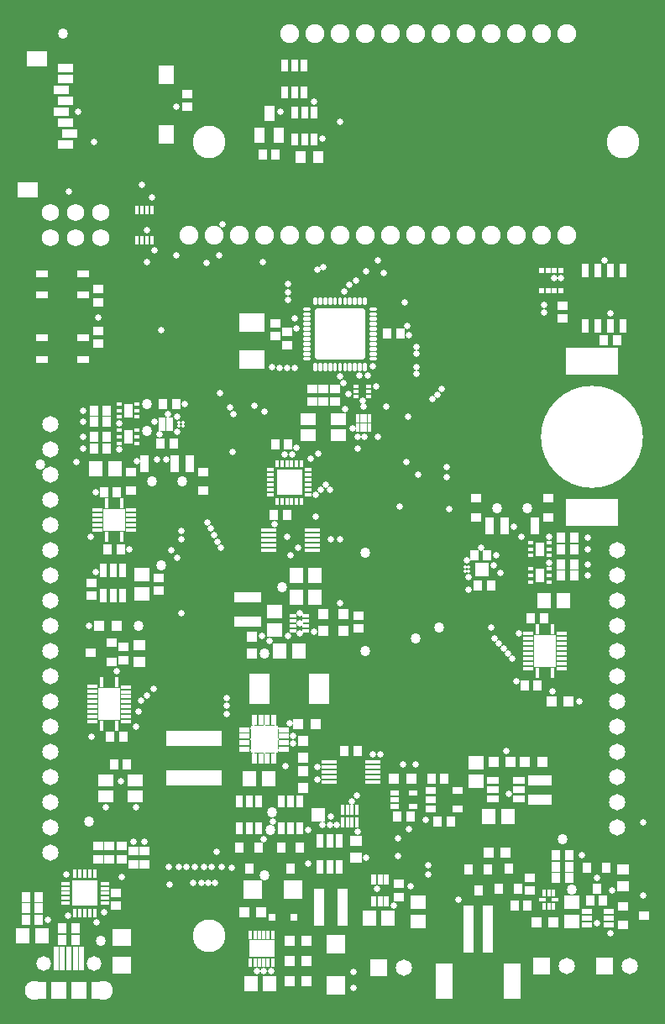
<source format=gbr>
G04 EAGLE Gerber X2 export*
%TF.Part,Single*%
%TF.FileFunction,Soldermask,Top,1*%
%TF.FilePolarity,Negative*%
%TF.GenerationSoftware,Autodesk,EAGLE,9.2.1*%
%TF.CreationDate,2018-11-01T02:04:35Z*%
G75*
%MOMM*%
%FSLAX34Y34*%
%LPD*%
%INSoldermask Top*%
%IPNEG*%
%AMOC8*
5,1,8,0,0,1.08239X$1,22.5*%
G01*
%ADD10R,1.427000X1.627000*%
%ADD11R,2.127000X3.127000*%
%ADD12R,1.627000X1.427000*%
%ADD13R,1.027000X0.827000*%
%ADD14R,5.627000X1.577000*%
%ADD15R,2.827000X1.127000*%
%ADD16R,1.127000X1.127000*%
%ADD17R,0.977000X0.477000*%
%ADD18R,0.477000X0.977000*%
%ADD19R,2.827000X2.827000*%
%ADD20C,0.635000*%
%ADD21R,0.677000X0.377000*%
%ADD22R,1.177000X0.727000*%
%ADD23R,2.427000X0.977000*%
%ADD24R,0.727000X0.427000*%
%ADD25R,0.377000X0.677000*%
%ADD26R,0.327000X0.677000*%
%ADD27R,0.827000X1.027000*%
%ADD28R,0.927000X1.027000*%
%ADD29R,0.377000X0.827000*%
%ADD30R,2.507000X1.777000*%
%ADD31R,0.727000X0.727000*%
%ADD32R,1.107000X3.827000*%
%ADD33R,0.727000X1.177000*%
%ADD34R,0.317000X0.637000*%
%ADD35R,0.377000X1.077000*%
%ADD36R,0.427000X1.077000*%
%ADD37R,0.427000X1.127000*%
%ADD38R,0.527000X0.387000*%
%ADD39R,0.927000X1.427000*%
%ADD40C,0.357000*%
%ADD41R,1.127000X0.927000*%
%ADD42R,0.827000X1.727000*%
%ADD43C,1.027000*%
%ADD44C,1.651000*%
%ADD45C,1.905000*%
%ADD46R,0.327000X0.827000*%
%ADD47R,0.727000X1.327000*%
%ADD48C,10.287000*%
%ADD49R,5.207000X2.667000*%
%ADD50R,0.477000X0.627000*%
%ADD51R,1.127000X0.677000*%
%ADD52R,0.927000X0.477000*%
%ADD53R,0.677000X1.327000*%
%ADD54R,1.227000X1.127000*%
%ADD55R,0.400000X0.900000*%
%ADD56R,0.827000X0.377000*%
%ADD57R,2.577000X2.577000*%
%ADD58R,0.577000X2.477000*%
%ADD59C,1.477000*%
%ADD60C,1.927000*%
%ADD61R,1.627000X1.677000*%
%ADD62R,1.527000X1.227000*%
%ADD63R,0.577000X0.427000*%
%ADD64C,1.752600*%
%ADD65R,1.177000X0.777000*%
%ADD66C,0.277550*%
%ADD67C,0.615237*%
%ADD68R,2.527000X1.827000*%
%ADD69R,2.027000X1.527000*%
%ADD70R,1.527000X1.927000*%
%ADD71R,1.627000X0.827000*%
%ADD72R,0.727000X1.227000*%
%ADD73R,1.127000X1.527000*%
%ADD74R,1.127000X1.227000*%
%ADD75R,0.977000X0.407000*%
%ADD76R,0.407000X0.977000*%
%ADD77R,2.177000X3.177000*%
%ADD78R,2.177000X2.177000*%
%ADD79R,1.027000X0.927000*%
%ADD80R,1.577000X0.427000*%
%ADD81R,1.651000X1.651000*%
%ADD82R,1.927000X1.827000*%
%ADD83R,1.827000X1.927000*%
%ADD84R,1.127000X4.727000*%
%ADD85R,1.727000X3.527000*%
%ADD86R,1.927000X1.727000*%
%ADD87R,0.727000X0.367000*%
%ADD88R,0.367000X0.727000*%
%ADD89C,3.302000*%
%ADD90C,0.681000*%


D10*
X258420Y227330D03*
X239420Y227330D03*
D11*
X249400Y317500D03*
X309400Y317500D03*
D10*
X269900Y355600D03*
X288900Y355600D03*
D12*
X264160Y376580D03*
X264160Y395580D03*
D13*
X349250Y391310D03*
X349250Y378310D03*
D10*
X286410Y431800D03*
X305410Y431800D03*
X286410Y410210D03*
X305410Y410210D03*
D14*
X182880Y227650D03*
X182880Y267650D03*
D15*
X237490Y385510D03*
X237490Y409510D03*
D16*
X293370Y234560D03*
X293370Y217560D03*
X293370Y265040D03*
X293370Y248040D03*
X288680Y281940D03*
X305680Y281940D03*
X241300Y370450D03*
X241300Y353450D03*
X334010Y376310D03*
X334010Y393310D03*
X313690Y393310D03*
X313690Y376310D03*
D17*
X273750Y276450D03*
X273750Y269950D03*
X273750Y263450D03*
X273750Y256950D03*
D18*
X244250Y246950D03*
X250750Y246950D03*
X257250Y246950D03*
X263750Y246950D03*
X263750Y286450D03*
X257250Y286450D03*
X250750Y286450D03*
X244250Y286450D03*
D17*
X234250Y276450D03*
X234250Y269950D03*
X234250Y263450D03*
X234250Y256950D03*
D19*
X254000Y266700D03*
D20*
X254000Y266700D03*
X254000Y277700D03*
X265000Y266700D03*
X265000Y277700D03*
X243000Y277700D03*
X243000Y255700D03*
X243000Y266700D03*
X254000Y255700D03*
X265000Y255700D03*
D21*
X296310Y376040D03*
X296310Y381040D03*
X296310Y386040D03*
X296310Y391040D03*
X282810Y376040D03*
X282810Y381040D03*
X282810Y386040D03*
X282810Y391040D03*
D22*
X484340Y206400D03*
X484340Y215900D03*
X484340Y225400D03*
X511340Y225400D03*
X511340Y215900D03*
X511340Y206400D03*
D23*
X532130Y225650D03*
X532130Y206150D03*
D10*
X480720Y189230D03*
X499720Y189230D03*
D16*
X502530Y243840D03*
X485530Y243840D03*
X534280Y243840D03*
X517280Y243840D03*
D12*
X467360Y224180D03*
X467360Y243180D03*
D24*
X534520Y105410D03*
X547520Y105410D03*
D25*
X536020Y98660D03*
X546020Y98660D03*
X546020Y112160D03*
X536020Y112160D03*
D26*
X541020Y98660D03*
X541020Y112160D03*
D13*
X521970Y114150D03*
X521970Y127150D03*
D27*
X519580Y99060D03*
X506580Y99060D03*
X561490Y138430D03*
X548490Y138430D03*
X561490Y149860D03*
X548490Y149860D03*
D16*
X480450Y152400D03*
X497450Y152400D03*
D28*
X490880Y115730D03*
X509880Y115730D03*
X500380Y136730D03*
X479400Y135730D03*
X460400Y135730D03*
X469900Y114730D03*
D12*
X563880Y83210D03*
X563880Y102210D03*
D27*
X548490Y127000D03*
X561490Y127000D03*
D16*
X528710Y82550D03*
X545710Y82550D03*
D29*
X240210Y69880D03*
X244710Y69880D03*
X253710Y69880D03*
X249210Y69880D03*
X258210Y69880D03*
X262710Y69880D03*
X262710Y41880D03*
X258210Y41880D03*
X249210Y41880D03*
X253710Y41880D03*
X244710Y41880D03*
X240210Y41880D03*
D30*
X251460Y55880D03*
D10*
X240690Y20320D03*
X259690Y20320D03*
D16*
X296790Y63500D03*
X279790Y63500D03*
X296790Y43180D03*
X279790Y43180D03*
X279790Y22860D03*
X296790Y22860D03*
D31*
X262050Y87630D03*
X284050Y87630D03*
D10*
X360070Y86360D03*
X379070Y86360D03*
D32*
X309460Y97790D03*
X333160Y97790D03*
D12*
X408940Y102210D03*
X408940Y83210D03*
D16*
X234070Y92710D03*
X251070Y92710D03*
D33*
X229260Y204000D03*
X238760Y204000D03*
X248260Y204000D03*
X248260Y177000D03*
X238760Y177000D03*
X229260Y177000D03*
X271170Y204000D03*
X280670Y204000D03*
X290170Y204000D03*
X290170Y177000D03*
X280670Y177000D03*
X271170Y177000D03*
D34*
X303360Y193850D03*
X306860Y193850D03*
X310360Y193850D03*
X313860Y193850D03*
X313860Y187150D03*
X310360Y187150D03*
X306860Y187150D03*
X303360Y187150D03*
D35*
X342860Y182980D03*
X337860Y182980D03*
D36*
X347860Y182980D03*
X332860Y182980D03*
D37*
X347860Y195480D03*
D35*
X342860Y195480D03*
X337860Y195480D03*
D36*
X332860Y195480D03*
D38*
X125840Y578000D03*
X125840Y571500D03*
X125840Y565000D03*
X107840Y565000D03*
X107840Y571500D03*
X107840Y578000D03*
D39*
X116840Y571500D03*
D20*
X116840Y571500D03*
D38*
X125840Y604670D03*
X125840Y598170D03*
X125840Y591670D03*
X107840Y591670D03*
X107840Y598170D03*
X107840Y604670D03*
D39*
X116840Y598170D03*
D20*
X116840Y598170D03*
D34*
X149690Y587550D03*
X153190Y587550D03*
X156690Y587550D03*
X160190Y587550D03*
X160190Y580850D03*
X156690Y580850D03*
X153190Y580850D03*
X149690Y580850D03*
D40*
X168180Y582200D03*
X168180Y586200D03*
X172180Y586200D03*
X172180Y582200D03*
D27*
X152250Y604520D03*
X165250Y604520D03*
X82400Y586740D03*
X95400Y586740D03*
X82400Y598170D03*
X95400Y598170D03*
X95400Y571500D03*
X82400Y571500D03*
X95400Y560070D03*
X82400Y560070D03*
D38*
X523130Y451970D03*
X523130Y458470D03*
X523130Y464970D03*
X541130Y464970D03*
X541130Y458470D03*
X541130Y451970D03*
D39*
X532130Y458470D03*
D20*
X532130Y458470D03*
D38*
X523130Y425300D03*
X523130Y431800D03*
X523130Y438300D03*
X541130Y438300D03*
X541130Y431800D03*
X541130Y425300D03*
D39*
X532130Y431800D03*
D20*
X532130Y431800D03*
D34*
X478960Y434800D03*
X475460Y434800D03*
X471960Y434800D03*
X468460Y434800D03*
X468460Y441500D03*
X471960Y441500D03*
X475460Y441500D03*
X478960Y441500D03*
D40*
X460470Y440150D03*
X460470Y436150D03*
X456470Y436150D03*
X456470Y440150D03*
D27*
X469750Y421640D03*
X482750Y421640D03*
X566570Y443230D03*
X553570Y443230D03*
X566570Y431800D03*
X553570Y431800D03*
X553570Y458470D03*
X566570Y458470D03*
X553570Y469900D03*
X566570Y469900D03*
D10*
X555600Y406400D03*
X536600Y406400D03*
X84480Y539750D03*
X103480Y539750D03*
D41*
X119710Y536320D03*
X119710Y517020D03*
X192710Y517020D03*
X192710Y536320D03*
D42*
X133710Y544670D03*
X163710Y544670D03*
X178710Y544670D03*
D43*
X141210Y526670D03*
X171210Y526670D03*
D27*
X162710Y565150D03*
X149710Y565150D03*
D41*
X540690Y490350D03*
X540690Y509650D03*
X467690Y509650D03*
X467690Y490350D03*
D42*
X526690Y482000D03*
X496690Y482000D03*
X481690Y482000D03*
D43*
X519190Y500000D03*
X489190Y500000D03*
D27*
X465940Y452120D03*
X478940Y452120D03*
D44*
X38100Y584200D03*
X38100Y558800D03*
X38100Y533400D03*
X38100Y508000D03*
X38100Y482600D03*
X38100Y457200D03*
X38100Y431800D03*
X38100Y406400D03*
X38100Y381000D03*
X38100Y355600D03*
X38100Y330200D03*
X38100Y304800D03*
X38100Y279400D03*
X38100Y254000D03*
X38100Y228600D03*
X38100Y203200D03*
X38100Y177800D03*
X38100Y152400D03*
X609600Y457200D03*
X609600Y431800D03*
X609600Y406400D03*
X609600Y381000D03*
X609600Y177800D03*
X609600Y203200D03*
X609600Y228600D03*
X609600Y254000D03*
X609600Y279400D03*
X609600Y304800D03*
X609600Y330200D03*
X609600Y355600D03*
D45*
X279400Y977900D03*
X304800Y977900D03*
X330200Y977900D03*
X355600Y977900D03*
X381000Y977900D03*
X406400Y977900D03*
X431800Y977900D03*
X457200Y977900D03*
X482600Y977900D03*
X508000Y977900D03*
X533400Y977900D03*
X558800Y977900D03*
X279400Y774700D03*
X304800Y774700D03*
X330200Y774700D03*
X355600Y774700D03*
X381000Y774700D03*
X406400Y774700D03*
X431800Y774700D03*
X457200Y774700D03*
X482600Y774700D03*
X508000Y774700D03*
X533400Y774700D03*
X558800Y774700D03*
X254000Y774700D03*
X228600Y774700D03*
X203200Y774700D03*
X177800Y774700D03*
D46*
X360330Y580970D03*
X356330Y580970D03*
X352330Y580970D03*
X348330Y580970D03*
X348330Y589970D03*
X352330Y589970D03*
X356330Y589970D03*
X360330Y589970D03*
D47*
X577850Y683200D03*
X590550Y683200D03*
X603250Y683200D03*
X615950Y683200D03*
X615950Y739200D03*
X603250Y739200D03*
X590550Y739200D03*
X577850Y739200D03*
D48*
X584200Y571500D03*
D49*
X584200Y495300D03*
X584200Y647700D03*
D13*
X554990Y690730D03*
X554990Y703730D03*
D50*
X533810Y718730D03*
X540310Y718730D03*
X546810Y718730D03*
X553310Y718730D03*
X553310Y739230D03*
X546810Y739230D03*
X540310Y739230D03*
X533810Y739230D03*
D51*
X449110Y215240D03*
X449110Y196240D03*
X422110Y196240D03*
X422110Y205740D03*
X422110Y215240D03*
D27*
X435760Y227330D03*
X422760Y227330D03*
X429110Y184150D03*
X442110Y184150D03*
D52*
X404470Y199240D03*
X404470Y212240D03*
X385470Y212240D03*
X385470Y205740D03*
X385470Y199240D03*
D27*
X401470Y189230D03*
X388470Y189230D03*
D16*
X402200Y227330D03*
X385200Y227330D03*
D53*
X310540Y138130D03*
X320040Y138130D03*
X329540Y138130D03*
X329540Y164130D03*
X320040Y164130D03*
X310540Y164130D03*
D28*
X290170Y157320D03*
X271170Y157320D03*
X280670Y136320D03*
X248260Y157320D03*
X229260Y157320D03*
X238760Y136320D03*
D54*
X346710Y164710D03*
X346710Y147710D03*
D55*
X125850Y769360D03*
X130850Y769360D03*
X135850Y769360D03*
X140850Y769360D03*
X140850Y800360D03*
X135850Y800360D03*
X130850Y800360D03*
X125850Y800360D03*
D27*
X26820Y85090D03*
X13820Y85090D03*
D10*
X29820Y68580D03*
X10820Y68580D03*
D56*
X53340Y121440D03*
X53340Y116440D03*
X53340Y111440D03*
X53340Y106440D03*
X53340Y101440D03*
D29*
X63340Y91440D03*
X68340Y91440D03*
X73340Y91440D03*
X78340Y91440D03*
X83340Y91440D03*
D56*
X93340Y101440D03*
X93340Y106440D03*
X93340Y111440D03*
X93340Y116440D03*
X93340Y121440D03*
D29*
X83340Y131440D03*
X78340Y131440D03*
X73340Y131440D03*
X68340Y131440D03*
X63340Y131440D03*
D57*
X73340Y111440D03*
D27*
X63650Y64770D03*
X50650Y64770D03*
X63650Y76200D03*
X50650Y76200D03*
D13*
X104140Y98910D03*
X104140Y111910D03*
D27*
X13820Y96520D03*
X26820Y96520D03*
X13820Y107950D03*
X26820Y107950D03*
D58*
X44150Y45720D03*
X50650Y45720D03*
X57150Y45720D03*
X63650Y45720D03*
X70150Y45720D03*
D59*
X32150Y40970D03*
X82150Y40970D03*
D60*
X22150Y13970D03*
X92150Y13970D03*
D61*
X47150Y13970D03*
X67150Y13970D03*
X26650Y13970D03*
X87650Y13970D03*
D13*
X121920Y153820D03*
X121920Y140820D03*
X133350Y153820D03*
X133350Y140820D03*
X97790Y158900D03*
X97790Y145900D03*
X110490Y158900D03*
X110490Y145900D03*
D62*
X124220Y209170D03*
X94220Y209170D03*
X94220Y225170D03*
X124220Y225170D03*
D27*
X102720Y241300D03*
X115720Y241300D03*
D63*
X346310Y612220D03*
X346310Y617220D03*
X346310Y622220D03*
X359810Y622220D03*
X359810Y617220D03*
X359810Y612220D03*
D62*
X298690Y589660D03*
X328690Y589660D03*
X328690Y573660D03*
X298690Y573660D03*
D13*
X313690Y619910D03*
X313690Y606910D03*
X325120Y619910D03*
X325120Y606910D03*
X302260Y619910D03*
X302260Y606910D03*
D64*
X63500Y797560D03*
X63500Y772160D03*
X88900Y772160D03*
X88900Y797560D03*
X38100Y797560D03*
X38100Y772160D03*
D65*
X30050Y671150D03*
X71550Y671150D03*
X71550Y649650D03*
X30050Y649650D03*
D13*
X86360Y665330D03*
X86360Y678330D03*
D66*
X294203Y699893D02*
X299697Y699893D01*
X294203Y699893D02*
X294203Y701387D01*
X299697Y701387D01*
X299697Y699893D01*
X299697Y694893D02*
X294203Y694893D01*
X294203Y696387D01*
X299697Y696387D01*
X299697Y694893D01*
X299697Y689893D02*
X294203Y689893D01*
X294203Y691387D01*
X299697Y691387D01*
X299697Y689893D01*
X299697Y684893D02*
X294203Y684893D01*
X294203Y686387D01*
X299697Y686387D01*
X299697Y684893D01*
X299697Y679893D02*
X294203Y679893D01*
X294203Y681387D01*
X299697Y681387D01*
X299697Y679893D01*
X299697Y674893D02*
X294203Y674893D01*
X294203Y676387D01*
X299697Y676387D01*
X299697Y674893D01*
X299697Y669893D02*
X294203Y669893D01*
X294203Y671387D01*
X299697Y671387D01*
X299697Y669893D01*
X299697Y664893D02*
X294203Y664893D01*
X294203Y666387D01*
X299697Y666387D01*
X299697Y664893D01*
X299697Y659893D02*
X294203Y659893D01*
X294203Y661387D01*
X299697Y661387D01*
X299697Y659893D01*
X299697Y654893D02*
X294203Y654893D01*
X294203Y656387D01*
X299697Y656387D01*
X299697Y654893D01*
X299697Y649893D02*
X294203Y649893D01*
X294203Y651387D01*
X299697Y651387D01*
X299697Y649893D01*
X304453Y639643D02*
X305947Y639643D01*
X304453Y639643D02*
X304453Y645137D01*
X305947Y645137D01*
X305947Y639643D01*
X305947Y642280D02*
X304453Y642280D01*
X304453Y644917D02*
X305947Y644917D01*
X309453Y639643D02*
X310947Y639643D01*
X309453Y639643D02*
X309453Y645137D01*
X310947Y645137D01*
X310947Y639643D01*
X310947Y642280D02*
X309453Y642280D01*
X309453Y644917D02*
X310947Y644917D01*
X314453Y639643D02*
X315947Y639643D01*
X314453Y639643D02*
X314453Y645137D01*
X315947Y645137D01*
X315947Y639643D01*
X315947Y642280D02*
X314453Y642280D01*
X314453Y644917D02*
X315947Y644917D01*
X319453Y639643D02*
X320947Y639643D01*
X319453Y639643D02*
X319453Y645137D01*
X320947Y645137D01*
X320947Y639643D01*
X320947Y642280D02*
X319453Y642280D01*
X319453Y644917D02*
X320947Y644917D01*
X324453Y639643D02*
X325947Y639643D01*
X324453Y639643D02*
X324453Y645137D01*
X325947Y645137D01*
X325947Y639643D01*
X325947Y642280D02*
X324453Y642280D01*
X324453Y644917D02*
X325947Y644917D01*
X329453Y639643D02*
X330947Y639643D01*
X329453Y639643D02*
X329453Y645137D01*
X330947Y645137D01*
X330947Y639643D01*
X330947Y642280D02*
X329453Y642280D01*
X329453Y644917D02*
X330947Y644917D01*
X334453Y639643D02*
X335947Y639643D01*
X334453Y639643D02*
X334453Y645137D01*
X335947Y645137D01*
X335947Y639643D01*
X335947Y642280D02*
X334453Y642280D01*
X334453Y644917D02*
X335947Y644917D01*
X339453Y639643D02*
X340947Y639643D01*
X339453Y639643D02*
X339453Y645137D01*
X340947Y645137D01*
X340947Y639643D01*
X340947Y642280D02*
X339453Y642280D01*
X339453Y644917D02*
X340947Y644917D01*
X344453Y639643D02*
X345947Y639643D01*
X344453Y639643D02*
X344453Y645137D01*
X345947Y645137D01*
X345947Y639643D01*
X345947Y642280D02*
X344453Y642280D01*
X344453Y644917D02*
X345947Y644917D01*
X349453Y639643D02*
X350947Y639643D01*
X349453Y639643D02*
X349453Y645137D01*
X350947Y645137D01*
X350947Y639643D01*
X350947Y642280D02*
X349453Y642280D01*
X349453Y644917D02*
X350947Y644917D01*
X354453Y639643D02*
X355947Y639643D01*
X354453Y639643D02*
X354453Y645137D01*
X355947Y645137D01*
X355947Y639643D01*
X355947Y642280D02*
X354453Y642280D01*
X354453Y644917D02*
X355947Y644917D01*
X360703Y649893D02*
X366197Y649893D01*
X360703Y649893D02*
X360703Y651387D01*
X366197Y651387D01*
X366197Y649893D01*
X366197Y654893D02*
X360703Y654893D01*
X360703Y656387D01*
X366197Y656387D01*
X366197Y654893D01*
X366197Y659893D02*
X360703Y659893D01*
X360703Y661387D01*
X366197Y661387D01*
X366197Y659893D01*
X366197Y664893D02*
X360703Y664893D01*
X360703Y666387D01*
X366197Y666387D01*
X366197Y664893D01*
X366197Y669893D02*
X360703Y669893D01*
X360703Y671387D01*
X366197Y671387D01*
X366197Y669893D01*
X366197Y674893D02*
X360703Y674893D01*
X360703Y676387D01*
X366197Y676387D01*
X366197Y674893D01*
X366197Y679893D02*
X360703Y679893D01*
X360703Y681387D01*
X366197Y681387D01*
X366197Y679893D01*
X366197Y684893D02*
X360703Y684893D01*
X360703Y686387D01*
X366197Y686387D01*
X366197Y684893D01*
X366197Y689893D02*
X360703Y689893D01*
X360703Y691387D01*
X366197Y691387D01*
X366197Y689893D01*
X366197Y694893D02*
X360703Y694893D01*
X360703Y696387D01*
X366197Y696387D01*
X366197Y694893D01*
X366197Y699893D02*
X360703Y699893D01*
X360703Y701387D01*
X366197Y701387D01*
X366197Y699893D01*
X355947Y706143D02*
X354453Y706143D01*
X354453Y711637D01*
X355947Y711637D01*
X355947Y706143D01*
X355947Y708780D02*
X354453Y708780D01*
X354453Y711417D02*
X355947Y711417D01*
X350947Y706143D02*
X349453Y706143D01*
X349453Y711637D01*
X350947Y711637D01*
X350947Y706143D01*
X350947Y708780D02*
X349453Y708780D01*
X349453Y711417D02*
X350947Y711417D01*
X345947Y706143D02*
X344453Y706143D01*
X344453Y711637D01*
X345947Y711637D01*
X345947Y706143D01*
X345947Y708780D02*
X344453Y708780D01*
X344453Y711417D02*
X345947Y711417D01*
X340947Y706143D02*
X339453Y706143D01*
X339453Y711637D01*
X340947Y711637D01*
X340947Y706143D01*
X340947Y708780D02*
X339453Y708780D01*
X339453Y711417D02*
X340947Y711417D01*
X335947Y706143D02*
X334453Y706143D01*
X334453Y711637D01*
X335947Y711637D01*
X335947Y706143D01*
X335947Y708780D02*
X334453Y708780D01*
X334453Y711417D02*
X335947Y711417D01*
X330947Y706143D02*
X329453Y706143D01*
X329453Y711637D01*
X330947Y711637D01*
X330947Y706143D01*
X330947Y708780D02*
X329453Y708780D01*
X329453Y711417D02*
X330947Y711417D01*
X325947Y706143D02*
X324453Y706143D01*
X324453Y711637D01*
X325947Y711637D01*
X325947Y706143D01*
X325947Y708780D02*
X324453Y708780D01*
X324453Y711417D02*
X325947Y711417D01*
X320947Y706143D02*
X319453Y706143D01*
X319453Y711637D01*
X320947Y711637D01*
X320947Y706143D01*
X320947Y708780D02*
X319453Y708780D01*
X319453Y711417D02*
X320947Y711417D01*
X315947Y706143D02*
X314453Y706143D01*
X314453Y711637D01*
X315947Y711637D01*
X315947Y706143D01*
X315947Y708780D02*
X314453Y708780D01*
X314453Y711417D02*
X315947Y711417D01*
X310947Y706143D02*
X309453Y706143D01*
X309453Y711637D01*
X310947Y711637D01*
X310947Y706143D01*
X310947Y708780D02*
X309453Y708780D01*
X309453Y711417D02*
X310947Y711417D01*
X305947Y706143D02*
X304453Y706143D01*
X304453Y711637D01*
X305947Y711637D01*
X305947Y706143D01*
X305947Y708780D02*
X304453Y708780D01*
X304453Y711417D02*
X305947Y711417D01*
D67*
X307641Y653081D02*
X352759Y653081D01*
X307641Y653081D02*
X307641Y698199D01*
X352759Y698199D01*
X352759Y653081D01*
X352759Y658925D02*
X307641Y658925D01*
X307641Y664769D02*
X352759Y664769D01*
X352759Y670613D02*
X307641Y670613D01*
X307641Y676457D02*
X352759Y676457D01*
X352759Y682301D02*
X307641Y682301D01*
X307641Y688145D02*
X352759Y688145D01*
X352759Y693989D02*
X307641Y693989D01*
D27*
X391310Y675640D03*
X378310Y675640D03*
D13*
X86360Y720240D03*
X86360Y707240D03*
D65*
X71550Y714420D03*
X30050Y714420D03*
X30050Y735920D03*
X71550Y735920D03*
D13*
X276860Y677060D03*
X276860Y664060D03*
D68*
X241300Y649520D03*
X241300Y686520D03*
D13*
X265430Y685950D03*
X265430Y672950D03*
X86360Y145900D03*
X86360Y158900D03*
D69*
X24620Y952310D03*
X15620Y820310D03*
D70*
X155620Y936310D03*
X155620Y876310D03*
D71*
X53620Y943310D03*
X53620Y932310D03*
X49620Y921310D03*
X53620Y910310D03*
X49620Y899310D03*
X53620Y888310D03*
X57620Y877310D03*
X53620Y866310D03*
D13*
X176530Y917090D03*
X176530Y904090D03*
D72*
X285140Y898690D03*
X294640Y898690D03*
X304140Y898690D03*
X304140Y871690D03*
X294640Y871690D03*
X285140Y871690D03*
D73*
X249580Y875460D03*
X268580Y875460D03*
X259080Y897460D03*
D27*
X252580Y855980D03*
X265580Y855980D03*
D74*
X291220Y853440D03*
X308220Y853440D03*
D33*
X274980Y945680D03*
X284480Y945680D03*
X293980Y945680D03*
X293980Y918680D03*
X284480Y918680D03*
X274980Y918680D03*
D75*
X80540Y289760D03*
X80540Y294760D03*
X80540Y299760D03*
X80540Y304760D03*
X80540Y309760D03*
X114840Y309560D03*
X114840Y304560D03*
X114840Y299560D03*
X114840Y294560D03*
X114840Y289560D03*
D76*
X90290Y280010D03*
X105290Y280010D03*
X105290Y324510D03*
X90290Y324510D03*
D77*
X97790Y302260D03*
D75*
X114840Y284560D03*
X114840Y314560D03*
X80540Y284760D03*
X80540Y314760D03*
X114840Y319560D03*
X80540Y319760D03*
D27*
X92560Y515620D03*
X105560Y515620D03*
D75*
X554460Y368100D03*
X554460Y363100D03*
X554460Y358100D03*
X554460Y353100D03*
X554460Y348100D03*
X520160Y348300D03*
X520160Y353300D03*
X520160Y358300D03*
X520160Y363300D03*
X520160Y368300D03*
D76*
X544710Y377850D03*
X529710Y377850D03*
X529710Y333350D03*
X544710Y333350D03*
D77*
X537210Y355600D03*
D75*
X520160Y373300D03*
X520160Y343300D03*
X554460Y373100D03*
X554460Y343100D03*
X520160Y338300D03*
X554460Y338100D03*
D27*
X529740Y321310D03*
X516740Y321310D03*
D75*
X85620Y477680D03*
X85620Y482680D03*
X85620Y487680D03*
X85620Y492680D03*
X85620Y497680D03*
X120120Y497680D03*
X120120Y492680D03*
X120120Y487680D03*
X120120Y482680D03*
X120120Y477680D03*
D76*
X95370Y470430D03*
X110370Y470430D03*
X110370Y504930D03*
X95370Y504930D03*
D78*
X102870Y487680D03*
D53*
X92100Y411180D03*
X101600Y411180D03*
X111100Y411180D03*
X111100Y437180D03*
X101600Y437180D03*
X92100Y437180D03*
D79*
X100170Y344830D03*
X100170Y363830D03*
X79170Y354330D03*
D54*
X128270Y344560D03*
X128270Y361560D03*
D13*
X147320Y416410D03*
X147320Y429410D03*
D12*
X130810Y413410D03*
X130810Y432410D03*
D13*
X80010Y411330D03*
X80010Y424330D03*
X111760Y346560D03*
X111760Y359560D03*
D80*
X363630Y243680D03*
X363630Y233680D03*
X363630Y238680D03*
X363630Y228680D03*
X363630Y223680D03*
X319630Y223680D03*
X319630Y228680D03*
X319630Y233680D03*
X319630Y238680D03*
X319630Y243680D03*
D17*
X601550Y79860D03*
X601550Y86360D03*
X601550Y92860D03*
X579550Y92860D03*
X579550Y86360D03*
X579550Y79860D03*
D28*
X598780Y137000D03*
X579780Y137000D03*
X589280Y116000D03*
D54*
X615950Y135500D03*
X615950Y118500D03*
D27*
X595780Y104140D03*
X582780Y104140D03*
D18*
X377340Y125300D03*
X370840Y125300D03*
X364340Y125300D03*
X364340Y103300D03*
X370840Y103300D03*
X377340Y103300D03*
D13*
X389890Y107800D03*
X389890Y120800D03*
D27*
X348130Y255270D03*
X335130Y255270D03*
D80*
X302670Y477360D03*
X302670Y467360D03*
X302670Y472360D03*
X302670Y462360D03*
X302670Y457360D03*
X258670Y457360D03*
X258670Y462360D03*
X258670Y467360D03*
X258670Y472360D03*
X258670Y477360D03*
D27*
X264010Y492760D03*
X277010Y492760D03*
D16*
X543950Y304800D03*
X560950Y304800D03*
X105020Y381000D03*
X88020Y381000D03*
D79*
X616110Y98400D03*
X616110Y79400D03*
X637110Y88900D03*
D81*
X596900Y38100D03*
D44*
X622300Y38100D03*
D81*
X533400Y38100D03*
D44*
X558800Y38100D03*
D81*
X369570Y36830D03*
D44*
X394970Y36830D03*
D82*
X283390Y115570D03*
X242390Y115570D03*
D83*
X326390Y18870D03*
X326390Y59870D03*
D84*
X479900Y75100D03*
X459900Y75100D03*
D85*
X503900Y23100D03*
X435900Y23100D03*
D86*
X110490Y39340D03*
X110490Y67340D03*
D87*
X260400Y538280D03*
X260400Y533280D03*
X260400Y528280D03*
X260400Y523280D03*
X260400Y518280D03*
X260400Y513280D03*
D88*
X266900Y544780D03*
X271900Y544780D03*
X276900Y544780D03*
X281900Y544780D03*
X286900Y544780D03*
X291900Y544780D03*
X291900Y506780D03*
X286900Y506780D03*
X281900Y506780D03*
X276900Y506780D03*
X271900Y506780D03*
X266900Y506780D03*
D87*
X298400Y513280D03*
X298400Y518280D03*
X298400Y523280D03*
X298400Y528280D03*
X298400Y533280D03*
X298400Y538280D03*
D57*
X279400Y525780D03*
D27*
X109370Y458470D03*
X96370Y458470D03*
X111910Y269240D03*
X98910Y269240D03*
X523090Y388620D03*
X536090Y388620D03*
X596750Y669290D03*
X609750Y669290D03*
D89*
X615750Y868580D03*
X198120Y68580D03*
X198120Y868580D03*
D27*
X265280Y563880D03*
X278280Y563880D03*
D20*
X304396Y375476D03*
D90*
X259080Y365760D03*
D43*
X135890Y604520D03*
X127000Y381000D03*
D90*
X288223Y459807D03*
X347980Y560070D03*
D20*
X604520Y114300D03*
D90*
X636270Y182880D03*
X344170Y16280D03*
X344170Y31980D03*
X367665Y116205D03*
D43*
X254000Y353060D03*
X355600Y355600D03*
X406400Y368300D03*
X430530Y379730D03*
D20*
X264160Y483870D03*
X283210Y270510D03*
X275590Y240030D03*
D43*
X563880Y115570D03*
X261620Y193040D03*
D90*
X71120Y586740D03*
D43*
X88900Y63500D03*
X254000Y129540D03*
D20*
X321310Y189230D03*
D90*
X500380Y212090D03*
X497840Y255270D03*
D20*
X280670Y452120D03*
X276860Y471170D03*
X306070Y491490D03*
D90*
X333707Y625396D03*
D20*
X354126Y601726D03*
X336026Y599224D03*
X580390Y458470D03*
X544830Y314960D03*
X298450Y141732D03*
X596900Y749611D03*
D90*
X307340Y226060D03*
X401598Y118879D03*
D20*
X135890Y779526D03*
X57150Y819150D03*
D90*
X195580Y746760D03*
X580390Y443230D03*
X71120Y571500D03*
D43*
X28630Y543226D03*
D20*
X289560Y393700D03*
X289560Y383540D03*
X289560Y373380D03*
X279400Y283210D03*
X311150Y518160D03*
X278130Y370840D03*
X251460Y370840D03*
X306070Y513080D03*
D90*
X330200Y403860D03*
D43*
X135890Y577850D03*
D20*
X166370Y591820D03*
X173990Y604520D03*
D43*
X150224Y441960D03*
D90*
X125730Y547370D03*
X368300Y571500D03*
D20*
X342900Y580390D03*
X339074Y614680D03*
D90*
X170180Y393700D03*
D20*
X124460Y279400D03*
X118110Y458470D03*
D43*
X271780Y420370D03*
X355600Y454660D03*
D20*
X459740Y430530D03*
X492719Y434800D03*
X508000Y325120D03*
X510540Y373380D03*
D90*
X165100Y904240D03*
X66040Y899160D03*
D20*
X82512Y868642D03*
D90*
X253837Y166207D03*
X356870Y147320D03*
D43*
X77470Y184150D03*
X50800Y977900D03*
D90*
X449580Y105410D03*
X419404Y130506D03*
X574040Y149860D03*
X182802Y121920D03*
X175260Y138430D03*
X200412Y479038D03*
X246670Y33017D03*
X190500Y122198D03*
X184150Y138430D03*
X203596Y472231D03*
X253734Y33020D03*
X197564Y122198D03*
X193040Y138430D03*
X207120Y466090D03*
X260798Y33020D03*
X204628Y122198D03*
X201419Y137919D03*
X210644Y459624D03*
D20*
X262890Y184150D03*
X312420Y180539D03*
D43*
X260747Y175544D03*
X554990Y165896D03*
D20*
X416560Y185420D03*
D90*
X388620Y166654D03*
D20*
X327263Y180539D03*
X342860Y204510D03*
X358138Y633270D03*
X320040Y180539D03*
X347570Y210410D03*
X350264Y633730D03*
D90*
X406400Y241300D03*
X400050Y176530D03*
X419100Y139700D03*
X158750Y120650D03*
X157480Y138430D03*
D20*
X298450Y175260D03*
X347980Y174004D03*
D90*
X397510Y546100D03*
X308610Y554990D03*
X281940Y553506D03*
X330200Y632460D03*
D20*
X286843Y680974D03*
X334866Y718352D03*
X400050Y674370D03*
D90*
X208280Y754380D03*
X86360Y692150D03*
X109578Y224790D03*
D20*
X143510Y586740D03*
X156690Y594360D03*
X398018Y682981D03*
X148590Y574040D03*
X166370Y576580D03*
D90*
X154940Y548640D03*
D20*
X107950Y558800D03*
X107950Y585470D03*
D90*
X146050Y548640D03*
X170966Y476608D03*
X71120Y598170D03*
X71120Y560070D03*
X64882Y546212D03*
X78740Y471170D03*
D20*
X80010Y269240D03*
X458376Y447040D03*
X487680Y452120D03*
X505460Y481330D03*
X472440Y459740D03*
X513080Y471170D03*
X580390Y431800D03*
X580390Y469900D03*
D90*
X222250Y556260D03*
X215900Y308610D03*
D20*
X408940Y533400D03*
X499915Y353044D03*
X535940Y697230D03*
X553110Y731520D03*
D90*
X321310Y468630D03*
X363220Y251460D03*
D20*
X355266Y571500D03*
D90*
X330200Y468630D03*
X370840Y251460D03*
D20*
X347980Y571500D03*
X313690Y742862D03*
X603250Y695960D03*
X367394Y622300D03*
X286836Y560578D03*
X535940Y704850D03*
X546506Y731926D03*
D90*
X35560Y85090D03*
X85090Y82550D03*
X278130Y725328D03*
X130326Y306070D03*
D20*
X165100Y754380D03*
D90*
X278130Y709930D03*
X142240Y317500D03*
D20*
X135890Y748030D03*
D90*
X130850Y825500D03*
X140850Y812800D03*
X262131Y642109D03*
X210820Y138430D03*
D20*
X407868Y662178D03*
D90*
X269240Y641350D03*
X220980Y137160D03*
D20*
X407868Y655574D03*
D90*
X133350Y163830D03*
X124460Y198120D03*
X121920Y163830D03*
X93980Y198120D03*
X363220Y642620D03*
X244599Y602491D03*
X219638Y601206D03*
X215900Y292100D03*
X54610Y130810D03*
X92710Y92710D03*
X110490Y128270D03*
X56214Y88900D03*
D20*
X353060Y608330D03*
D90*
X254000Y596900D03*
X222782Y594360D03*
X215900Y300990D03*
D20*
X377190Y601980D03*
X399542Y592056D03*
X504190Y347980D03*
D90*
X278130Y716994D03*
X135890Y311150D03*
X143510Y759460D03*
X284480Y690880D03*
X205740Y153670D03*
D20*
X149860Y679450D03*
X368300Y749300D03*
D90*
X252730Y747712D03*
X212344Y786125D03*
X83820Y435586D03*
D20*
X276860Y641350D03*
X407868Y641604D03*
X429228Y613876D03*
X482600Y379730D03*
X284480Y641350D03*
X407868Y635000D03*
X424164Y609600D03*
X486410Y368236D03*
D90*
X438364Y530662D03*
X374650Y736600D03*
X270510Y899160D03*
X312420Y872490D03*
X304370Y909320D03*
X330200Y889000D03*
X83820Y515620D03*
X170966Y468630D03*
D20*
X105410Y335280D03*
X357161Y738161D03*
X491025Y363172D03*
X307340Y238760D03*
X316230Y523240D03*
D90*
X636270Y109220D03*
X603250Y71120D03*
X384810Y99060D03*
X388898Y148868D03*
D20*
X589280Y81280D03*
X589280Y127000D03*
D90*
X166370Y449580D03*
X160020Y457200D03*
X77470Y381000D03*
X571500Y304800D03*
X167640Y138430D03*
X196548Y485164D03*
D20*
X459740Y417830D03*
X485140Y441960D03*
X433070Y619760D03*
X307340Y740410D03*
X495300Y358108D03*
X300990Y549402D03*
X274320Y553720D03*
X395667Y706817D03*
X438134Y541020D03*
D90*
X339636Y724686D03*
D20*
X127000Y294640D03*
D90*
X346710Y728980D03*
D20*
X209764Y615950D03*
X393700Y241300D03*
X390858Y501142D03*
X541020Y444500D03*
X541020Y471170D03*
D90*
X440690Y499110D03*
D20*
X283210Y262890D03*
X320265Y517935D03*
M02*

</source>
